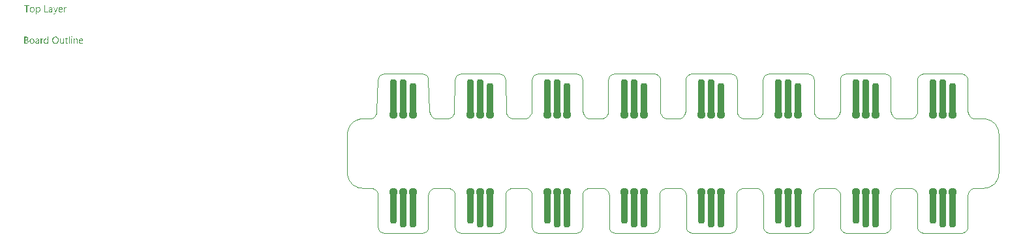
<source format=gtl>
G04*
G04 #@! TF.GenerationSoftware,Altium Limited,Altium Designer,21.9.2 (33)*
G04*
G04 Layer_Physical_Order=1*
G04 Layer_Color=255*
%FSLAX42Y42*%
%MOMM*%
G71*
G04*
G04 #@! TF.SameCoordinates,3B3C94B3-70F9-448F-95CB-C861D5BFCF53*
G04*
G04*
G04 #@! TF.FilePolarity,Positive*
G04*
G01*
G75*
%ADD13C,0.10*%
G04:AMPARAMS|DCode=14|XSize=0.9mm|YSize=4.3mm|CornerRadius=0.35mm|HoleSize=0mm|Usage=FLASHONLY|Rotation=180.000|XOffset=0mm|YOffset=0mm|HoleType=Round|Shape=RoundedRectangle|*
%AMROUNDEDRECTD14*
21,1,0.90,3.60,0,0,180.0*
21,1,0.20,4.30,0,0,180.0*
1,1,0.70,-0.10,1.80*
1,1,0.70,0.10,1.80*
1,1,0.70,0.10,-1.80*
1,1,0.70,-0.10,-1.80*
%
%ADD14ROUNDEDRECTD14*%
G04:AMPARAMS|DCode=15|XSize=0.9mm|YSize=4.8mm|CornerRadius=0.35mm|HoleSize=0mm|Usage=FLASHONLY|Rotation=180.000|XOffset=0mm|YOffset=0mm|HoleType=Round|Shape=RoundedRectangle|*
%AMROUNDEDRECTD15*
21,1,0.90,4.10,0,0,180.0*
21,1,0.20,4.80,0,0,180.0*
1,1,0.70,-0.10,2.05*
1,1,0.70,0.10,2.05*
1,1,0.70,0.10,-2.05*
1,1,0.70,-0.10,-2.05*
%
%ADD15ROUNDEDRECTD15*%
%ADD16C,1.11*%
%ADD18C,0.60*%
G36*
X669Y4400D02*
X670Y4400D01*
X671Y4400D01*
X674Y4399D01*
X677Y4398D01*
X680Y4397D01*
X682Y4396D01*
X683Y4394D01*
X685Y4393D01*
X686Y4392D01*
X686Y4391D01*
X687Y4391D01*
X687Y4391D01*
X687Y4390D01*
X688Y4389D01*
X688Y4388D01*
X689Y4387D01*
X690Y4386D01*
X690Y4384D01*
X691Y4382D01*
X692Y4380D01*
X692Y4378D01*
X693Y4374D01*
X693Y4371D01*
X693Y4369D01*
X693Y4369D01*
X693Y4368D01*
X693Y4367D01*
X693Y4366D01*
X693Y4365D01*
X693Y4363D01*
X693Y4361D01*
X692Y4360D01*
X691Y4355D01*
X690Y4351D01*
X689Y4349D01*
X688Y4347D01*
X687Y4345D01*
X685Y4343D01*
X685Y4343D01*
X685Y4343D01*
X685Y4342D01*
X684Y4342D01*
X683Y4341D01*
X682Y4340D01*
X681Y4339D01*
X680Y4338D01*
X678Y4338D01*
X677Y4337D01*
X673Y4335D01*
X671Y4335D01*
X669Y4334D01*
X667Y4334D01*
X664Y4334D01*
X663Y4334D01*
X662Y4334D01*
X661Y4334D01*
X660Y4334D01*
X657Y4335D01*
X654Y4336D01*
X652Y4337D01*
X651Y4338D01*
X649Y4339D01*
X648Y4341D01*
X646Y4342D01*
X645Y4344D01*
X645Y4344D01*
X645Y4306D01*
X634Y4306D01*
X634Y4399D01*
X645Y4399D01*
X645Y4388D01*
X645Y4388D01*
X645Y4388D01*
X645Y4388D01*
X646Y4389D01*
X646Y4390D01*
X647Y4391D01*
X648Y4392D01*
X649Y4393D01*
X651Y4394D01*
X652Y4395D01*
X654Y4396D01*
X655Y4397D01*
X657Y4398D01*
X660Y4399D01*
X662Y4400D01*
X664Y4400D01*
X667Y4400D01*
X668Y4400D01*
X669Y4400D01*
X669Y4400D02*
G37*
G36*
X1027Y4400D02*
X1029Y4400D01*
X1030Y4399D01*
X1031Y4399D01*
X1031Y4388D01*
X1031Y4389D01*
X1031Y4389D01*
X1030Y4389D01*
X1029Y4390D01*
X1028Y4390D01*
X1027Y4390D01*
X1025Y4390D01*
X1023Y4391D01*
X1023Y4391D01*
X1022Y4390D01*
X1021Y4390D01*
X1020Y4390D01*
X1018Y4389D01*
X1016Y4388D01*
X1014Y4386D01*
X1012Y4384D01*
X1012Y4384D01*
X1012Y4383D01*
X1011Y4382D01*
X1010Y4380D01*
X1010Y4377D01*
X1009Y4374D01*
X1008Y4371D01*
X1008Y4367D01*
X1008Y4335D01*
X998Y4335D01*
X998Y4399D01*
X1008Y4399D01*
X1008Y4386D01*
X1008Y4386D01*
X1008Y4386D01*
X1009Y4386D01*
X1009Y4387D01*
X1009Y4388D01*
X1010Y4390D01*
X1011Y4391D01*
X1012Y4393D01*
X1013Y4395D01*
X1015Y4396D01*
X1015Y4396D01*
X1016Y4397D01*
X1017Y4397D01*
X1018Y4398D01*
X1019Y4399D01*
X1021Y4399D01*
X1023Y4400D01*
X1025Y4400D01*
X1026Y4400D01*
X1027Y4400D01*
X1027Y4400D02*
G37*
G36*
X891Y4325D02*
X891Y4325D01*
X890Y4324D01*
X890Y4323D01*
X889Y4322D01*
X889Y4320D01*
X887Y4319D01*
X886Y4317D01*
X885Y4315D01*
X884Y4313D01*
X882Y4311D01*
X880Y4310D01*
X878Y4308D01*
X876Y4307D01*
X874Y4306D01*
X871Y4305D01*
X869Y4305D01*
X867Y4305D01*
X866Y4305D01*
X864Y4305D01*
X862Y4306D01*
X862Y4315D01*
X862Y4315D01*
X863Y4315D01*
X863Y4315D01*
X864Y4315D01*
X866Y4314D01*
X868Y4314D01*
X868Y4314D01*
X869Y4314D01*
X871Y4314D01*
X872Y4315D01*
X874Y4316D01*
X875Y4317D01*
X876Y4318D01*
X877Y4319D01*
X878Y4320D01*
X879Y4322D01*
X880Y4323D01*
X885Y4335D01*
X860Y4399D01*
X871Y4399D01*
X888Y4350D01*
X888Y4349D01*
X889Y4349D01*
X889Y4349D01*
X889Y4348D01*
X889Y4347D01*
X889Y4346D01*
X890Y4345D01*
X890Y4345D01*
X890Y4345D01*
X890Y4346D01*
X891Y4347D01*
X891Y4349D01*
X910Y4399D01*
X920Y4399D01*
X891Y4325D01*
X891Y4325D02*
G37*
G36*
X830Y4400D02*
X831Y4400D01*
X833Y4399D01*
X835Y4399D01*
X837Y4398D01*
X839Y4397D01*
X841Y4396D01*
X843Y4394D01*
X845Y4393D01*
X847Y4390D01*
X848Y4388D01*
X849Y4384D01*
X850Y4381D01*
X850Y4377D01*
X850Y4335D01*
X840Y4335D01*
X840Y4345D01*
X840Y4345D01*
X840Y4345D01*
X839Y4344D01*
X839Y4344D01*
X838Y4343D01*
X837Y4341D01*
X835Y4339D01*
X832Y4337D01*
X829Y4335D01*
X826Y4335D01*
X824Y4334D01*
X822Y4334D01*
X820Y4334D01*
X819Y4334D01*
X818Y4334D01*
X817Y4334D01*
X815Y4334D01*
X812Y4335D01*
X810Y4336D01*
X807Y4337D01*
X805Y4338D01*
X805Y4339D01*
X804Y4339D01*
X803Y4341D01*
X802Y4342D01*
X801Y4344D01*
X800Y4346D01*
X800Y4349D01*
X800Y4352D01*
X800Y4352D01*
X800Y4353D01*
X800Y4354D01*
X800Y4355D01*
X800Y4356D01*
X801Y4358D01*
X801Y4359D01*
X802Y4361D01*
X803Y4363D01*
X805Y4365D01*
X807Y4367D01*
X809Y4368D01*
X811Y4370D01*
X814Y4371D01*
X817Y4372D01*
X821Y4373D01*
X840Y4375D01*
X840Y4376D01*
X840Y4376D01*
X840Y4377D01*
X840Y4378D01*
X839Y4379D01*
X839Y4381D01*
X838Y4384D01*
X838Y4385D01*
X837Y4386D01*
X836Y4388D01*
X834Y4389D01*
X833Y4390D01*
X831Y4391D01*
X829Y4391D01*
X827Y4392D01*
X826Y4392D01*
X825Y4391D01*
X824Y4391D01*
X823Y4391D01*
X820Y4391D01*
X817Y4390D01*
X813Y4388D01*
X811Y4387D01*
X810Y4386D01*
X808Y4385D01*
X806Y4384D01*
X806Y4394D01*
X806Y4394D01*
X806Y4395D01*
X807Y4395D01*
X808Y4395D01*
X808Y4396D01*
X810Y4396D01*
X811Y4397D01*
X812Y4397D01*
X815Y4398D01*
X819Y4399D01*
X823Y4400D01*
X828Y4400D01*
X829Y4400D01*
X830Y4400D01*
X830Y4400D02*
G37*
G36*
X756Y4344D02*
X792Y4344D01*
X792Y4335D01*
X746Y4335D01*
X746Y4424D01*
X756Y4424D01*
X756Y4344D01*
X756Y4344D02*
G37*
G36*
X547Y4415D02*
X521Y4415D01*
X521Y4335D01*
X511Y4335D01*
X511Y4415D01*
X485Y4415D01*
X485Y4424D01*
X547Y4424D01*
X547Y4415D01*
X547Y4415D02*
G37*
G36*
X958Y4400D02*
X959Y4400D01*
X960Y4400D01*
X963Y4399D01*
X966Y4398D01*
X970Y4397D01*
X971Y4396D01*
X973Y4395D01*
X974Y4394D01*
X976Y4392D01*
X976Y4392D01*
X976Y4392D01*
X976Y4391D01*
X977Y4391D01*
X977Y4390D01*
X978Y4389D01*
X978Y4388D01*
X979Y4386D01*
X980Y4385D01*
X980Y4383D01*
X981Y4381D01*
X981Y4379D01*
X982Y4377D01*
X982Y4375D01*
X982Y4372D01*
X982Y4370D01*
X982Y4364D01*
X937Y4364D01*
X937Y4364D01*
X937Y4364D01*
X937Y4363D01*
X937Y4363D01*
X938Y4362D01*
X938Y4361D01*
X938Y4358D01*
X939Y4356D01*
X940Y4353D01*
X941Y4350D01*
X943Y4348D01*
X943Y4347D01*
X944Y4347D01*
X945Y4346D01*
X947Y4345D01*
X949Y4344D01*
X952Y4343D01*
X955Y4342D01*
X958Y4342D01*
X959Y4342D01*
X960Y4342D01*
X961Y4342D01*
X962Y4342D01*
X965Y4343D01*
X968Y4344D01*
X971Y4345D01*
X974Y4347D01*
X976Y4348D01*
X978Y4349D01*
X978Y4340D01*
X978Y4340D01*
X978Y4339D01*
X977Y4339D01*
X976Y4339D01*
X976Y4338D01*
X975Y4338D01*
X973Y4337D01*
X972Y4337D01*
X971Y4336D01*
X969Y4336D01*
X965Y4335D01*
X961Y4334D01*
X956Y4334D01*
X954Y4334D01*
X954Y4334D01*
X952Y4334D01*
X951Y4334D01*
X948Y4335D01*
X945Y4336D01*
X941Y4337D01*
X939Y4338D01*
X938Y4339D01*
X936Y4341D01*
X935Y4342D01*
X934Y4342D01*
X934Y4343D01*
X934Y4343D01*
X933Y4344D01*
X933Y4345D01*
X932Y4346D01*
X931Y4347D01*
X931Y4349D01*
X930Y4350D01*
X929Y4352D01*
X929Y4354D01*
X928Y4356D01*
X928Y4359D01*
X927Y4361D01*
X927Y4364D01*
X927Y4367D01*
X927Y4367D01*
X927Y4367D01*
X927Y4368D01*
X927Y4369D01*
X927Y4370D01*
X927Y4372D01*
X927Y4374D01*
X928Y4375D01*
X929Y4379D01*
X930Y4383D01*
X931Y4385D01*
X932Y4387D01*
X934Y4389D01*
X935Y4391D01*
X935Y4391D01*
X936Y4391D01*
X936Y4392D01*
X937Y4392D01*
X937Y4393D01*
X938Y4394D01*
X940Y4395D01*
X941Y4396D01*
X944Y4397D01*
X948Y4399D01*
X950Y4399D01*
X952Y4400D01*
X954Y4400D01*
X956Y4400D01*
X957Y4400D01*
X958Y4400D01*
X958Y4400D02*
G37*
G36*
X590Y4400D02*
X591Y4400D01*
X593Y4400D01*
X596Y4399D01*
X599Y4398D01*
X603Y4397D01*
X605Y4396D01*
X607Y4394D01*
X608Y4393D01*
X610Y4391D01*
X610Y4391D01*
X610Y4391D01*
X611Y4391D01*
X611Y4390D01*
X612Y4389D01*
X613Y4388D01*
X613Y4387D01*
X614Y4385D01*
X615Y4383D01*
X615Y4382D01*
X616Y4380D01*
X617Y4377D01*
X617Y4375D01*
X618Y4373D01*
X618Y4370D01*
X618Y4367D01*
X618Y4367D01*
X618Y4366D01*
X618Y4366D01*
X618Y4365D01*
X618Y4363D01*
X618Y4362D01*
X617Y4360D01*
X617Y4358D01*
X616Y4355D01*
X614Y4350D01*
X613Y4348D01*
X612Y4346D01*
X611Y4344D01*
X609Y4343D01*
X609Y4343D01*
X609Y4342D01*
X608Y4342D01*
X608Y4341D01*
X607Y4341D01*
X606Y4340D01*
X605Y4339D01*
X603Y4338D01*
X602Y4337D01*
X600Y4336D01*
X598Y4336D01*
X596Y4335D01*
X594Y4334D01*
X591Y4334D01*
X589Y4334D01*
X586Y4334D01*
X585Y4334D01*
X584Y4334D01*
X583Y4334D01*
X581Y4334D01*
X580Y4334D01*
X578Y4335D01*
X574Y4336D01*
X571Y4337D01*
X569Y4338D01*
X567Y4340D01*
X565Y4341D01*
X564Y4342D01*
X563Y4343D01*
X563Y4343D01*
X563Y4343D01*
X562Y4344D01*
X562Y4345D01*
X561Y4346D01*
X560Y4347D01*
X560Y4349D01*
X559Y4350D01*
X558Y4352D01*
X557Y4354D01*
X557Y4356D01*
X556Y4361D01*
X555Y4363D01*
X555Y4366D01*
X555Y4366D01*
X555Y4367D01*
X555Y4368D01*
X555Y4369D01*
X556Y4370D01*
X556Y4372D01*
X556Y4373D01*
X556Y4375D01*
X557Y4379D01*
X559Y4383D01*
X560Y4385D01*
X561Y4388D01*
X562Y4389D01*
X564Y4391D01*
X564Y4391D01*
X564Y4392D01*
X565Y4392D01*
X565Y4393D01*
X566Y4393D01*
X568Y4394D01*
X569Y4395D01*
X570Y4396D01*
X572Y4397D01*
X574Y4397D01*
X576Y4398D01*
X578Y4399D01*
X580Y4399D01*
X582Y4400D01*
X585Y4400D01*
X588Y4400D01*
X589Y4400D01*
X590Y4400D01*
X590Y4400D02*
G37*
G36*
X1100Y4019D02*
X1101Y4019D01*
X1102Y4019D01*
X1103Y4018D01*
X1104Y4018D01*
X1104Y4018D01*
X1104Y4017D01*
X1105Y4017D01*
X1105Y4015D01*
X1105Y4014D01*
X1106Y4013D01*
X1106Y4013D01*
X1106Y4013D01*
X1105Y4012D01*
X1105Y4011D01*
X1105Y4010D01*
X1104Y4009D01*
X1104Y4008D01*
X1103Y4008D01*
X1103Y4008D01*
X1102Y4007D01*
X1101Y4007D01*
X1100Y4007D01*
X1099Y4006D01*
X1098Y4006D01*
X1098Y4007D01*
X1097Y4007D01*
X1096Y4007D01*
X1095Y4008D01*
X1094Y4008D01*
X1094Y4008D01*
X1094Y4008D01*
X1094Y4009D01*
X1093Y4009D01*
X1093Y4011D01*
X1093Y4012D01*
X1092Y4013D01*
X1092Y4013D01*
X1092Y4014D01*
X1093Y4014D01*
X1093Y4015D01*
X1093Y4016D01*
X1094Y4017D01*
X1094Y4018D01*
X1094Y4018D01*
X1095Y4018D01*
X1096Y4019D01*
X1097Y4019D01*
X1098Y4020D01*
X1099Y4020D01*
X1100Y4019D01*
X1100Y4019D02*
G37*
G36*
X795Y3926D02*
X785Y3926D01*
X785Y3937D01*
X785Y3937D01*
X785Y3937D01*
X785Y3937D01*
X784Y3936D01*
X784Y3935D01*
X783Y3934D01*
X782Y3933D01*
X781Y3932D01*
X779Y3931D01*
X778Y3930D01*
X776Y3929D01*
X775Y3928D01*
X773Y3927D01*
X771Y3926D01*
X768Y3925D01*
X766Y3925D01*
X763Y3925D01*
X762Y3925D01*
X761Y3925D01*
X760Y3925D01*
X759Y3925D01*
X756Y3926D01*
X753Y3927D01*
X750Y3929D01*
X748Y3930D01*
X747Y3931D01*
X745Y3932D01*
X744Y3933D01*
X744Y3934D01*
X743Y3934D01*
X743Y3934D01*
X743Y3935D01*
X742Y3936D01*
X741Y3937D01*
X741Y3938D01*
X740Y3940D01*
X739Y3941D01*
X739Y3943D01*
X738Y3945D01*
X738Y3947D01*
X737Y3949D01*
X737Y3952D01*
X737Y3954D01*
X737Y3957D01*
X737Y3957D01*
X737Y3957D01*
X737Y3958D01*
X737Y3959D01*
X737Y3961D01*
X737Y3962D01*
X737Y3964D01*
X738Y3966D01*
X738Y3970D01*
X740Y3974D01*
X741Y3976D01*
X742Y3978D01*
X743Y3980D01*
X744Y3982D01*
X745Y3982D01*
X745Y3983D01*
X745Y3983D01*
X746Y3984D01*
X747Y3984D01*
X748Y3985D01*
X749Y3986D01*
X750Y3987D01*
X753Y3989D01*
X757Y3990D01*
X759Y3991D01*
X761Y3991D01*
X763Y3992D01*
X766Y3992D01*
X767Y3992D01*
X768Y3992D01*
X769Y3991D01*
X770Y3991D01*
X773Y3990D01*
X776Y3989D01*
X778Y3988D01*
X779Y3987D01*
X781Y3986D01*
X782Y3985D01*
X784Y3983D01*
X785Y3981D01*
X785Y3981D01*
X785Y4021D01*
X795Y4021D01*
X795Y3926D01*
X795Y3926D02*
G37*
G36*
X1158Y3992D02*
X1160Y3991D01*
X1162Y3991D01*
X1165Y3990D01*
X1167Y3989D01*
X1170Y3987D01*
X1171Y3986D01*
X1172Y3985D01*
X1172Y3985D01*
X1173Y3984D01*
X1174Y3982D01*
X1175Y3980D01*
X1176Y3977D01*
X1177Y3974D01*
X1177Y3970D01*
X1178Y3965D01*
X1178Y3926D01*
X1167Y3926D01*
X1167Y3963D01*
X1167Y3963D01*
X1167Y3964D01*
X1167Y3965D01*
X1167Y3966D01*
X1167Y3967D01*
X1167Y3969D01*
X1166Y3971D01*
X1165Y3973D01*
X1165Y3975D01*
X1164Y3977D01*
X1162Y3978D01*
X1161Y3980D01*
X1159Y3981D01*
X1157Y3982D01*
X1155Y3983D01*
X1153Y3983D01*
X1152Y3983D01*
X1151Y3983D01*
X1150Y3983D01*
X1148Y3982D01*
X1146Y3982D01*
X1144Y3981D01*
X1142Y3979D01*
X1140Y3977D01*
X1140Y3977D01*
X1139Y3976D01*
X1138Y3975D01*
X1137Y3973D01*
X1136Y3971D01*
X1136Y3969D01*
X1135Y3966D01*
X1135Y3963D01*
X1135Y3926D01*
X1125Y3926D01*
X1125Y3990D01*
X1135Y3990D01*
X1135Y3980D01*
X1135Y3980D01*
X1135Y3980D01*
X1135Y3980D01*
X1136Y3981D01*
X1137Y3981D01*
X1137Y3982D01*
X1138Y3983D01*
X1139Y3984D01*
X1140Y3986D01*
X1142Y3987D01*
X1143Y3988D01*
X1145Y3989D01*
X1147Y3990D01*
X1149Y3991D01*
X1151Y3991D01*
X1154Y3992D01*
X1156Y3992D01*
X1157Y3992D01*
X1158Y3992D01*
X1158Y3992D02*
G37*
G36*
X726Y3991D02*
X728Y3991D01*
X729Y3991D01*
X730Y3990D01*
X730Y3980D01*
X730Y3980D01*
X729Y3980D01*
X729Y3981D01*
X728Y3981D01*
X727Y3981D01*
X725Y3982D01*
X724Y3982D01*
X722Y3982D01*
X722Y3982D01*
X721Y3982D01*
X720Y3982D01*
X718Y3981D01*
X716Y3980D01*
X715Y3979D01*
X713Y3978D01*
X711Y3976D01*
X711Y3975D01*
X710Y3975D01*
X710Y3973D01*
X709Y3971D01*
X708Y3969D01*
X707Y3966D01*
X707Y3963D01*
X707Y3959D01*
X707Y3926D01*
X696Y3926D01*
X696Y3990D01*
X707Y3990D01*
X707Y3977D01*
X707Y3977D01*
X707Y3977D01*
X707Y3977D01*
X707Y3978D01*
X708Y3979D01*
X709Y3981D01*
X710Y3983D01*
X711Y3984D01*
X712Y3986D01*
X714Y3988D01*
X714Y3988D01*
X714Y3988D01*
X715Y3989D01*
X717Y3989D01*
X718Y3990D01*
X720Y3991D01*
X722Y3991D01*
X724Y3991D01*
X725Y3991D01*
X726Y3991D01*
X726Y3991D02*
G37*
G36*
X999Y3926D02*
X989Y3926D01*
X989Y3936D01*
X988Y3936D01*
X988Y3936D01*
X988Y3936D01*
X988Y3935D01*
X987Y3935D01*
X986Y3933D01*
X983Y3931D01*
X982Y3930D01*
X981Y3929D01*
X979Y3928D01*
X977Y3927D01*
X975Y3926D01*
X973Y3925D01*
X971Y3925D01*
X969Y3925D01*
X968Y3925D01*
X967Y3925D01*
X965Y3925D01*
X963Y3926D01*
X961Y3926D01*
X959Y3927D01*
X957Y3928D01*
X955Y3930D01*
X953Y3932D01*
X951Y3934D01*
X949Y3936D01*
X948Y3939D01*
X947Y3943D01*
X946Y3947D01*
X946Y3950D01*
X946Y3952D01*
X946Y3990D01*
X956Y3990D01*
X956Y3954D01*
X956Y3953D01*
X956Y3953D01*
X956Y3952D01*
X956Y3950D01*
X956Y3949D01*
X957Y3947D01*
X957Y3945D01*
X958Y3944D01*
X959Y3942D01*
X960Y3940D01*
X961Y3938D01*
X962Y3937D01*
X964Y3935D01*
X966Y3934D01*
X969Y3934D01*
X971Y3933D01*
X972Y3933D01*
X973Y3934D01*
X974Y3934D01*
X976Y3934D01*
X978Y3935D01*
X980Y3936D01*
X982Y3937D01*
X984Y3939D01*
X984Y3939D01*
X985Y3940D01*
X985Y3941D01*
X986Y3943D01*
X987Y3945D01*
X988Y3947D01*
X988Y3950D01*
X989Y3953D01*
X989Y3990D01*
X999Y3990D01*
X999Y3926D01*
X999Y3926D02*
G37*
G36*
X1104Y3926D02*
X1094Y3926D01*
X1094Y3990D01*
X1104Y3990D01*
X1104Y3926D01*
X1104Y3926D02*
G37*
G36*
X1073Y3926D02*
X1063Y3926D01*
X1063Y4021D01*
X1073Y4021D01*
X1073Y3926D01*
X1073Y3926D02*
G37*
G36*
X657Y3992D02*
X658Y3991D01*
X660Y3991D01*
X662Y3990D01*
X664Y3990D01*
X666Y3989D01*
X668Y3987D01*
X670Y3986D01*
X672Y3984D01*
X674Y3982D01*
X675Y3979D01*
X676Y3976D01*
X677Y3972D01*
X677Y3968D01*
X677Y3926D01*
X667Y3926D01*
X667Y3936D01*
X667Y3936D01*
X667Y3936D01*
X666Y3936D01*
X666Y3935D01*
X665Y3935D01*
X664Y3933D01*
X662Y3931D01*
X659Y3929D01*
X656Y3927D01*
X654Y3926D01*
X652Y3925D01*
X649Y3925D01*
X647Y3925D01*
X646Y3925D01*
X646Y3925D01*
X644Y3925D01*
X642Y3926D01*
X639Y3926D01*
X637Y3927D01*
X634Y3928D01*
X632Y3930D01*
X632Y3930D01*
X631Y3931D01*
X630Y3932D01*
X629Y3933D01*
X629Y3935D01*
X628Y3938D01*
X627Y3940D01*
X627Y3943D01*
X627Y3943D01*
X627Y3944D01*
X627Y3945D01*
X627Y3946D01*
X627Y3947D01*
X628Y3949D01*
X629Y3951D01*
X629Y3953D01*
X631Y3954D01*
X632Y3956D01*
X634Y3958D01*
X636Y3960D01*
X638Y3961D01*
X641Y3962D01*
X644Y3963D01*
X648Y3964D01*
X667Y3967D01*
X667Y3967D01*
X667Y3967D01*
X667Y3968D01*
X667Y3969D01*
X667Y3971D01*
X666Y3972D01*
X665Y3975D01*
X665Y3976D01*
X664Y3978D01*
X663Y3979D01*
X662Y3981D01*
X660Y3982D01*
X658Y3982D01*
X656Y3983D01*
X654Y3983D01*
X653Y3983D01*
X652Y3983D01*
X651Y3983D01*
X650Y3983D01*
X647Y3982D01*
X644Y3981D01*
X640Y3980D01*
X638Y3979D01*
X637Y3978D01*
X635Y3977D01*
X633Y3975D01*
X633Y3986D01*
X633Y3986D01*
X634Y3986D01*
X634Y3986D01*
X635Y3987D01*
X636Y3987D01*
X637Y3988D01*
X638Y3988D01*
X639Y3989D01*
X643Y3990D01*
X646Y3991D01*
X650Y3991D01*
X655Y3992D01*
X656Y3992D01*
X657Y3992D01*
X657Y3992D02*
G37*
G36*
X512Y4016D02*
X513Y4016D01*
X515Y4015D01*
X517Y4015D01*
X520Y4014D01*
X523Y4013D01*
X526Y4012D01*
X529Y4010D01*
X529Y4010D01*
X529Y4010D01*
X530Y4009D01*
X531Y4008D01*
X532Y4006D01*
X533Y4004D01*
X535Y4001D01*
X535Y3999D01*
X536Y3997D01*
X536Y3995D01*
X536Y3995D01*
X536Y3995D01*
X536Y3994D01*
X535Y3993D01*
X535Y3991D01*
X535Y3989D01*
X534Y3986D01*
X533Y3984D01*
X532Y3982D01*
X531Y3982D01*
X531Y3981D01*
X530Y3980D01*
X529Y3979D01*
X527Y3978D01*
X525Y3976D01*
X523Y3975D01*
X520Y3974D01*
X520Y3974D01*
X521Y3974D01*
X521Y3974D01*
X522Y3974D01*
X523Y3973D01*
X525Y3973D01*
X528Y3972D01*
X530Y3971D01*
X532Y3969D01*
X535Y3967D01*
X535Y3967D01*
X535Y3966D01*
X536Y3965D01*
X537Y3963D01*
X538Y3961D01*
X539Y3958D01*
X540Y3955D01*
X540Y3952D01*
X540Y3952D01*
X540Y3952D01*
X540Y3951D01*
X540Y3950D01*
X540Y3949D01*
X540Y3948D01*
X539Y3945D01*
X538Y3942D01*
X537Y3939D01*
X536Y3938D01*
X535Y3936D01*
X533Y3935D01*
X532Y3933D01*
X532Y3933D01*
X531Y3933D01*
X531Y3933D01*
X530Y3932D01*
X529Y3932D01*
X528Y3931D01*
X526Y3930D01*
X523Y3929D01*
X520Y3928D01*
X516Y3927D01*
X513Y3927D01*
X511Y3926D01*
X485Y3926D01*
X485Y4016D01*
X512Y4016D01*
X512Y4016D01*
X512Y4016D02*
G37*
G36*
X1033Y3990D02*
X1049Y3990D01*
X1049Y3981D01*
X1033Y3981D01*
X1033Y3945D01*
X1033Y3945D01*
X1033Y3944D01*
X1033Y3943D01*
X1033Y3942D01*
X1034Y3939D01*
X1034Y3937D01*
X1035Y3936D01*
X1035Y3936D01*
X1036Y3936D01*
X1036Y3936D01*
X1037Y3935D01*
X1038Y3934D01*
X1039Y3934D01*
X1041Y3934D01*
X1042Y3934D01*
X1043Y3934D01*
X1044Y3934D01*
X1045Y3934D01*
X1047Y3935D01*
X1048Y3935D01*
X1049Y3936D01*
X1049Y3927D01*
X1049Y3927D01*
X1048Y3927D01*
X1048Y3926D01*
X1047Y3926D01*
X1045Y3926D01*
X1044Y3925D01*
X1042Y3925D01*
X1040Y3925D01*
X1039Y3925D01*
X1038Y3925D01*
X1037Y3925D01*
X1036Y3926D01*
X1034Y3926D01*
X1033Y3927D01*
X1031Y3928D01*
X1030Y3928D01*
X1028Y3930D01*
X1027Y3931D01*
X1025Y3933D01*
X1024Y3935D01*
X1023Y3938D01*
X1023Y3940D01*
X1023Y3944D01*
X1023Y3981D01*
X1012Y3981D01*
X1012Y3990D01*
X1023Y3990D01*
X1023Y4006D01*
X1033Y4009D01*
X1033Y3990D01*
X1033Y3990D02*
G37*
G36*
X1224Y3992D02*
X1225Y3991D01*
X1226Y3991D01*
X1229Y3991D01*
X1232Y3990D01*
X1235Y3988D01*
X1237Y3987D01*
X1239Y3986D01*
X1240Y3985D01*
X1241Y3983D01*
X1242Y3983D01*
X1242Y3983D01*
X1242Y3983D01*
X1243Y3982D01*
X1243Y3981D01*
X1244Y3980D01*
X1244Y3979D01*
X1245Y3978D01*
X1246Y3976D01*
X1246Y3975D01*
X1247Y3973D01*
X1247Y3971D01*
X1248Y3968D01*
X1248Y3966D01*
X1248Y3964D01*
X1248Y3961D01*
X1248Y3956D01*
X1203Y3956D01*
X1203Y3956D01*
X1203Y3955D01*
X1203Y3955D01*
X1203Y3954D01*
X1204Y3953D01*
X1204Y3952D01*
X1204Y3950D01*
X1205Y3947D01*
X1206Y3944D01*
X1207Y3942D01*
X1209Y3939D01*
X1209Y3939D01*
X1210Y3938D01*
X1211Y3937D01*
X1213Y3936D01*
X1215Y3935D01*
X1218Y3934D01*
X1221Y3934D01*
X1224Y3933D01*
X1225Y3933D01*
X1226Y3934D01*
X1227Y3934D01*
X1228Y3934D01*
X1231Y3934D01*
X1234Y3935D01*
X1237Y3936D01*
X1240Y3938D01*
X1242Y3939D01*
X1244Y3941D01*
X1244Y3931D01*
X1244Y3931D01*
X1243Y3931D01*
X1243Y3931D01*
X1242Y3930D01*
X1241Y3930D01*
X1240Y3929D01*
X1239Y3929D01*
X1238Y3928D01*
X1236Y3927D01*
X1235Y3927D01*
X1231Y3926D01*
X1226Y3925D01*
X1222Y3925D01*
X1220Y3925D01*
X1219Y3925D01*
X1218Y3925D01*
X1217Y3925D01*
X1214Y3926D01*
X1210Y3927D01*
X1207Y3929D01*
X1205Y3930D01*
X1204Y3931D01*
X1202Y3932D01*
X1200Y3934D01*
X1200Y3934D01*
X1200Y3934D01*
X1200Y3935D01*
X1199Y3935D01*
X1199Y3936D01*
X1198Y3937D01*
X1197Y3939D01*
X1197Y3940D01*
X1196Y3942D01*
X1195Y3943D01*
X1194Y3945D01*
X1194Y3948D01*
X1193Y3950D01*
X1193Y3953D01*
X1193Y3955D01*
X1193Y3958D01*
X1193Y3958D01*
X1193Y3959D01*
X1193Y3959D01*
X1193Y3961D01*
X1193Y3962D01*
X1193Y3963D01*
X1193Y3965D01*
X1194Y3967D01*
X1195Y3970D01*
X1196Y3975D01*
X1197Y3977D01*
X1198Y3978D01*
X1200Y3981D01*
X1201Y3982D01*
X1201Y3982D01*
X1201Y3983D01*
X1202Y3983D01*
X1203Y3984D01*
X1203Y3984D01*
X1204Y3985D01*
X1206Y3986D01*
X1207Y3987D01*
X1210Y3989D01*
X1213Y3990D01*
X1215Y3991D01*
X1218Y3991D01*
X1220Y3992D01*
X1222Y3992D01*
X1223Y3992D01*
X1224Y3992D01*
X1224Y3992D02*
G37*
G36*
X893Y4017D02*
X894Y4017D01*
X896Y4017D01*
X898Y4016D01*
X901Y4016D01*
X903Y4015D01*
X905Y4014D01*
X908Y4013D01*
X910Y4012D01*
X913Y4011D01*
X915Y4009D01*
X917Y4007D01*
X920Y4005D01*
X920Y4005D01*
X920Y4004D01*
X921Y4003D01*
X921Y4003D01*
X922Y4001D01*
X923Y4000D01*
X924Y3998D01*
X925Y3996D01*
X926Y3994D01*
X927Y3991D01*
X928Y3989D01*
X929Y3986D01*
X930Y3983D01*
X930Y3979D01*
X931Y3976D01*
X931Y3972D01*
X931Y3972D01*
X931Y3971D01*
X931Y3970D01*
X931Y3969D01*
X931Y3967D01*
X930Y3965D01*
X930Y3962D01*
X929Y3960D01*
X929Y3957D01*
X928Y3954D01*
X927Y3951D01*
X926Y3948D01*
X925Y3945D01*
X923Y3943D01*
X921Y3940D01*
X919Y3938D01*
X919Y3937D01*
X919Y3937D01*
X918Y3936D01*
X917Y3936D01*
X916Y3935D01*
X915Y3934D01*
X913Y3932D01*
X911Y3931D01*
X909Y3930D01*
X907Y3929D01*
X904Y3928D01*
X901Y3927D01*
X898Y3926D01*
X895Y3925D01*
X892Y3925D01*
X888Y3925D01*
X887Y3925D01*
X886Y3925D01*
X885Y3925D01*
X884Y3925D01*
X882Y3926D01*
X880Y3926D01*
X877Y3927D01*
X875Y3927D01*
X872Y3928D01*
X870Y3929D01*
X867Y3930D01*
X865Y3932D01*
X862Y3933D01*
X860Y3935D01*
X858Y3937D01*
X858Y3938D01*
X857Y3938D01*
X857Y3939D01*
X856Y3940D01*
X855Y3941D01*
X854Y3942D01*
X853Y3944D01*
X852Y3946D01*
X851Y3948D01*
X850Y3951D01*
X849Y3953D01*
X848Y3956D01*
X848Y3959D01*
X847Y3963D01*
X847Y3966D01*
X846Y3970D01*
X846Y3970D01*
X846Y3971D01*
X847Y3972D01*
X847Y3974D01*
X847Y3975D01*
X847Y3978D01*
X847Y3980D01*
X848Y3982D01*
X849Y3985D01*
X849Y3988D01*
X850Y3991D01*
X851Y3994D01*
X853Y3996D01*
X854Y3999D01*
X856Y4002D01*
X858Y4004D01*
X858Y4005D01*
X859Y4005D01*
X859Y4006D01*
X860Y4006D01*
X861Y4007D01*
X863Y4008D01*
X865Y4010D01*
X866Y4011D01*
X869Y4012D01*
X871Y4013D01*
X874Y4014D01*
X876Y4015D01*
X879Y4016D01*
X883Y4017D01*
X886Y4017D01*
X890Y4017D01*
X892Y4017D01*
X893Y4017D01*
X893Y4017D02*
G37*
G36*
X587Y3992D02*
X588Y3991D01*
X590Y3991D01*
X593Y3991D01*
X597Y3989D01*
X600Y3988D01*
X602Y3987D01*
X604Y3986D01*
X606Y3984D01*
X607Y3983D01*
X607Y3983D01*
X607Y3982D01*
X608Y3982D01*
X608Y3981D01*
X609Y3980D01*
X610Y3979D01*
X610Y3978D01*
X611Y3977D01*
X612Y3975D01*
X613Y3973D01*
X613Y3971D01*
X614Y3969D01*
X614Y3967D01*
X615Y3964D01*
X615Y3961D01*
X615Y3958D01*
X615Y3958D01*
X615Y3958D01*
X615Y3957D01*
X615Y3956D01*
X615Y3955D01*
X615Y3953D01*
X614Y3952D01*
X614Y3950D01*
X613Y3946D01*
X612Y3942D01*
X611Y3940D01*
X609Y3938D01*
X608Y3936D01*
X607Y3934D01*
X606Y3934D01*
X606Y3934D01*
X606Y3933D01*
X605Y3933D01*
X604Y3932D01*
X603Y3931D01*
X602Y3930D01*
X600Y3930D01*
X599Y3929D01*
X597Y3928D01*
X595Y3927D01*
X593Y3926D01*
X591Y3926D01*
X589Y3925D01*
X586Y3925D01*
X583Y3925D01*
X582Y3925D01*
X581Y3925D01*
X580Y3925D01*
X579Y3925D01*
X577Y3926D01*
X575Y3926D01*
X572Y3927D01*
X568Y3929D01*
X566Y3930D01*
X564Y3931D01*
X563Y3932D01*
X561Y3934D01*
X561Y3934D01*
X560Y3934D01*
X560Y3935D01*
X560Y3935D01*
X559Y3936D01*
X558Y3937D01*
X557Y3939D01*
X557Y3940D01*
X556Y3942D01*
X555Y3944D01*
X554Y3945D01*
X554Y3948D01*
X553Y3952D01*
X553Y3955D01*
X552Y3958D01*
X552Y3958D01*
X552Y3958D01*
X552Y3959D01*
X553Y3960D01*
X553Y3961D01*
X553Y3963D01*
X553Y3965D01*
X554Y3967D01*
X554Y3971D01*
X556Y3975D01*
X557Y3977D01*
X558Y3979D01*
X560Y3981D01*
X561Y3983D01*
X561Y3983D01*
X562Y3983D01*
X562Y3983D01*
X563Y3984D01*
X564Y3985D01*
X565Y3985D01*
X566Y3986D01*
X567Y3987D01*
X569Y3988D01*
X571Y3989D01*
X573Y3990D01*
X575Y3990D01*
X577Y3991D01*
X580Y3991D01*
X582Y3992D01*
X585Y3992D01*
X586Y3992D01*
X587Y3992D01*
X587Y3992D02*
G37*
%LPC*%
G36*
X664Y4392D02*
X664Y4392D01*
X663Y4391D01*
X661Y4391D01*
X659Y4391D01*
X657Y4390D01*
X654Y4389D01*
X652Y4387D01*
X650Y4385D01*
X650Y4385D01*
X649Y4384D01*
X648Y4383D01*
X647Y4381D01*
X646Y4379D01*
X645Y4376D01*
X645Y4373D01*
X645Y4370D01*
X645Y4361D01*
X645Y4361D01*
X645Y4361D01*
X645Y4360D01*
X645Y4358D01*
X645Y4356D01*
X646Y4354D01*
X647Y4352D01*
X648Y4350D01*
X650Y4348D01*
X650Y4347D01*
X651Y4347D01*
X652Y4346D01*
X653Y4345D01*
X655Y4344D01*
X657Y4343D01*
X660Y4342D01*
X663Y4342D01*
X664Y4342D01*
X664Y4342D01*
X666Y4342D01*
X668Y4343D01*
X670Y4344D01*
X673Y4345D01*
X675Y4347D01*
X676Y4348D01*
X677Y4349D01*
X677Y4349D01*
X677Y4349D01*
X678Y4350D01*
X678Y4350D01*
X679Y4351D01*
X679Y4352D01*
X680Y4354D01*
X681Y4357D01*
X682Y4361D01*
X682Y4364D01*
X683Y4369D01*
X683Y4369D01*
X683Y4369D01*
X683Y4370D01*
X683Y4371D01*
X682Y4372D01*
X682Y4373D01*
X682Y4375D01*
X681Y4378D01*
X681Y4380D01*
X679Y4383D01*
X678Y4385D01*
X678Y4386D01*
X677Y4386D01*
X676Y4387D01*
X674Y4389D01*
X672Y4390D01*
X670Y4391D01*
X667Y4391D01*
X664Y4392D01*
X664Y4392D02*
G37*
G36*
X840Y4367D02*
X824Y4365D01*
X824Y4365D01*
X823Y4365D01*
X822Y4365D01*
X821Y4364D01*
X819Y4364D01*
X817Y4363D01*
X815Y4363D01*
X814Y4362D01*
X814Y4361D01*
X813Y4361D01*
X813Y4361D01*
X812Y4360D01*
X811Y4358D01*
X811Y4357D01*
X810Y4355D01*
X810Y4353D01*
X810Y4352D01*
X810Y4352D01*
X810Y4351D01*
X811Y4350D01*
X811Y4349D01*
X812Y4347D01*
X812Y4346D01*
X813Y4345D01*
X814Y4345D01*
X814Y4344D01*
X815Y4344D01*
X816Y4344D01*
X817Y4343D01*
X819Y4343D01*
X820Y4342D01*
X822Y4342D01*
X823Y4342D01*
X824Y4342D01*
X825Y4342D01*
X827Y4343D01*
X829Y4343D01*
X831Y4344D01*
X833Y4346D01*
X835Y4347D01*
X835Y4348D01*
X836Y4348D01*
X836Y4349D01*
X837Y4351D01*
X838Y4353D01*
X839Y4355D01*
X840Y4358D01*
X840Y4361D01*
X840Y4367D01*
X840Y4367D02*
G37*
G36*
X956Y4392D02*
X955Y4392D01*
X954Y4391D01*
X952Y4391D01*
X950Y4390D01*
X948Y4389D01*
X946Y4388D01*
X944Y4386D01*
X943Y4386D01*
X943Y4385D01*
X942Y4384D01*
X941Y4383D01*
X940Y4381D01*
X939Y4379D01*
X938Y4376D01*
X937Y4373D01*
X972Y4373D01*
X972Y4373D01*
X972Y4373D01*
X972Y4374D01*
X972Y4374D01*
X972Y4376D01*
X971Y4378D01*
X971Y4380D01*
X970Y4383D01*
X969Y4385D01*
X968Y4387D01*
X968Y4387D01*
X967Y4388D01*
X966Y4388D01*
X965Y4389D01*
X963Y4390D01*
X961Y4391D01*
X959Y4391D01*
X956Y4392D01*
X956Y4392D02*
G37*
G36*
X587Y4392D02*
X586Y4392D01*
X585Y4391D01*
X584Y4391D01*
X581Y4391D01*
X579Y4390D01*
X576Y4389D01*
X574Y4387D01*
X572Y4386D01*
X571Y4385D01*
X571Y4385D01*
X570Y4384D01*
X570Y4382D01*
X568Y4380D01*
X567Y4377D01*
X567Y4374D01*
X566Y4371D01*
X566Y4366D01*
X566Y4366D01*
X566Y4366D01*
X566Y4365D01*
X566Y4365D01*
X566Y4364D01*
X566Y4363D01*
X566Y4360D01*
X567Y4357D01*
X568Y4354D01*
X570Y4351D01*
X571Y4349D01*
X572Y4348D01*
X573Y4348D01*
X574Y4347D01*
X576Y4345D01*
X578Y4344D01*
X580Y4343D01*
X584Y4342D01*
X587Y4342D01*
X588Y4342D01*
X589Y4342D01*
X590Y4342D01*
X593Y4343D01*
X595Y4344D01*
X598Y4345D01*
X600Y4346D01*
X602Y4348D01*
X602Y4349D01*
X603Y4350D01*
X604Y4351D01*
X605Y4353D01*
X606Y4356D01*
X607Y4359D01*
X607Y4363D01*
X608Y4367D01*
X608Y4367D01*
X608Y4367D01*
X608Y4368D01*
X608Y4369D01*
X607Y4370D01*
X607Y4371D01*
X607Y4374D01*
X606Y4377D01*
X605Y4380D01*
X604Y4383D01*
X602Y4385D01*
X602Y4385D01*
X601Y4386D01*
X600Y4387D01*
X598Y4388D01*
X596Y4390D01*
X594Y4391D01*
X590Y4391D01*
X587Y4392D01*
X587Y4392D02*
G37*
G36*
X767Y3983D02*
X766Y3983D01*
X765Y3983D01*
X764Y3983D01*
X762Y3982D01*
X759Y3981D01*
X757Y3980D01*
X754Y3978D01*
X753Y3977D01*
X752Y3976D01*
X752Y3976D01*
X751Y3975D01*
X751Y3973D01*
X750Y3971D01*
X749Y3969D01*
X748Y3965D01*
X747Y3961D01*
X747Y3957D01*
X747Y3957D01*
X747Y3957D01*
X747Y3956D01*
X747Y3955D01*
X747Y3955D01*
X747Y3953D01*
X748Y3951D01*
X748Y3948D01*
X749Y3945D01*
X750Y3942D01*
X752Y3940D01*
X752Y3939D01*
X753Y3939D01*
X754Y3938D01*
X756Y3937D01*
X758Y3936D01*
X760Y3934D01*
X763Y3934D01*
X766Y3933D01*
X767Y3933D01*
X767Y3934D01*
X769Y3934D01*
X771Y3934D01*
X773Y3935D01*
X775Y3936D01*
X778Y3938D01*
X780Y3940D01*
X780Y3940D01*
X781Y3941D01*
X782Y3942D01*
X782Y3944D01*
X783Y3946D01*
X784Y3949D01*
X785Y3952D01*
X785Y3955D01*
X785Y3965D01*
X785Y3965D01*
X785Y3965D01*
X785Y3966D01*
X785Y3967D01*
X785Y3969D01*
X784Y3971D01*
X783Y3973D01*
X782Y3976D01*
X780Y3978D01*
X780Y3978D01*
X779Y3978D01*
X778Y3979D01*
X776Y3980D01*
X775Y3981D01*
X772Y3982D01*
X770Y3983D01*
X767Y3983D01*
X767Y3983D02*
G37*
G36*
X667Y3959D02*
X652Y3956D01*
X651Y3956D01*
X651Y3956D01*
X649Y3956D01*
X648Y3956D01*
X646Y3955D01*
X644Y3955D01*
X643Y3954D01*
X641Y3953D01*
X641Y3953D01*
X640Y3953D01*
X640Y3952D01*
X639Y3951D01*
X638Y3950D01*
X638Y3948D01*
X638Y3946D01*
X637Y3944D01*
X637Y3944D01*
X637Y3943D01*
X638Y3942D01*
X638Y3941D01*
X638Y3940D01*
X639Y3939D01*
X640Y3938D01*
X641Y3936D01*
X641Y3936D01*
X641Y3936D01*
X642Y3935D01*
X643Y3935D01*
X644Y3934D01*
X646Y3934D01*
X648Y3934D01*
X650Y3933D01*
X650Y3933D01*
X651Y3934D01*
X652Y3934D01*
X654Y3934D01*
X656Y3935D01*
X658Y3936D01*
X660Y3937D01*
X662Y3939D01*
X662Y3939D01*
X663Y3940D01*
X664Y3941D01*
X665Y3942D01*
X665Y3944D01*
X666Y3947D01*
X667Y3949D01*
X667Y3952D01*
X667Y3959D01*
X667Y3959D02*
G37*
G36*
X507Y4006D02*
X496Y4006D01*
X496Y3977D01*
X508Y3977D01*
X509Y3978D01*
X511Y3978D01*
X513Y3978D01*
X516Y3979D01*
X518Y3980D01*
X520Y3981D01*
X520Y3982D01*
X521Y3982D01*
X521Y3983D01*
X522Y3985D01*
X523Y3986D01*
X524Y3988D01*
X524Y3991D01*
X525Y3993D01*
X525Y3993D01*
X525Y3994D01*
X524Y3994D01*
X524Y3995D01*
X524Y3997D01*
X523Y3999D01*
X522Y4000D01*
X522Y4001D01*
X520Y4002D01*
X519Y4003D01*
X517Y4004D01*
X516Y4005D01*
X513Y4006D01*
X510Y4006D01*
X507Y4006D01*
X507Y4006D02*
G37*
G36*
X507Y3968D02*
X496Y3968D01*
X496Y3936D01*
X511Y3936D01*
X513Y3936D01*
X515Y3936D01*
X517Y3937D01*
X520Y3938D01*
X522Y3939D01*
X524Y3940D01*
X524Y3940D01*
X525Y3941D01*
X526Y3942D01*
X527Y3943D01*
X527Y3945D01*
X528Y3947D01*
X529Y3950D01*
X529Y3952D01*
X529Y3952D01*
X529Y3953D01*
X529Y3954D01*
X529Y3955D01*
X528Y3956D01*
X528Y3957D01*
X527Y3959D01*
X526Y3960D01*
X525Y3961D01*
X524Y3963D01*
X522Y3964D01*
X520Y3965D01*
X518Y3967D01*
X515Y3967D01*
X511Y3968D01*
X507Y3968D01*
X507Y3968D02*
G37*
G36*
X1222Y3983D02*
X1221Y3983D01*
X1219Y3983D01*
X1218Y3982D01*
X1216Y3982D01*
X1214Y3981D01*
X1212Y3980D01*
X1209Y3978D01*
X1209Y3978D01*
X1209Y3977D01*
X1208Y3976D01*
X1207Y3974D01*
X1206Y3972D01*
X1205Y3970D01*
X1204Y3967D01*
X1203Y3964D01*
X1238Y3964D01*
X1238Y3964D01*
X1238Y3965D01*
X1238Y3965D01*
X1238Y3966D01*
X1238Y3967D01*
X1237Y3969D01*
X1237Y3972D01*
X1236Y3974D01*
X1235Y3976D01*
X1234Y3978D01*
X1233Y3978D01*
X1233Y3979D01*
X1232Y3980D01*
X1231Y3981D01*
X1229Y3981D01*
X1227Y3982D01*
X1225Y3983D01*
X1222Y3983D01*
X1222Y3983D02*
G37*
G36*
X889Y4008D02*
X888Y4008D01*
X887Y4008D01*
X885Y4007D01*
X884Y4007D01*
X883Y4007D01*
X881Y4006D01*
X877Y4005D01*
X875Y4004D01*
X873Y4003D01*
X871Y4002D01*
X870Y4001D01*
X868Y3999D01*
X866Y3997D01*
X866Y3997D01*
X866Y3997D01*
X865Y3996D01*
X865Y3996D01*
X864Y3995D01*
X863Y3993D01*
X863Y3992D01*
X862Y3990D01*
X861Y3989D01*
X860Y3987D01*
X860Y3984D01*
X859Y3982D01*
X858Y3980D01*
X858Y3977D01*
X858Y3974D01*
X857Y3971D01*
X857Y3971D01*
X857Y3970D01*
X857Y3969D01*
X858Y3968D01*
X858Y3967D01*
X858Y3965D01*
X858Y3963D01*
X859Y3961D01*
X860Y3957D01*
X861Y3953D01*
X862Y3950D01*
X863Y3948D01*
X865Y3946D01*
X866Y3944D01*
X866Y3944D01*
X866Y3944D01*
X867Y3943D01*
X868Y3943D01*
X868Y3942D01*
X869Y3941D01*
X871Y3940D01*
X872Y3939D01*
X874Y3938D01*
X875Y3937D01*
X879Y3936D01*
X881Y3935D01*
X883Y3935D01*
X886Y3934D01*
X888Y3934D01*
X890Y3934D01*
X891Y3934D01*
X892Y3935D01*
X893Y3935D01*
X895Y3935D01*
X897Y3936D01*
X900Y3937D01*
X902Y3937D01*
X904Y3938D01*
X906Y3939D01*
X908Y3941D01*
X910Y3942D01*
X912Y3944D01*
X912Y3944D01*
X912Y3944D01*
X912Y3945D01*
X913Y3946D01*
X914Y3947D01*
X914Y3948D01*
X915Y3949D01*
X916Y3951D01*
X917Y3953D01*
X917Y3955D01*
X918Y3957D01*
X919Y3959D01*
X919Y3962D01*
X920Y3965D01*
X920Y3968D01*
X920Y3971D01*
X920Y3971D01*
X920Y3972D01*
X920Y3972D01*
X920Y3974D01*
X920Y3975D01*
X920Y3977D01*
X919Y3979D01*
X919Y3981D01*
X918Y3985D01*
X917Y3990D01*
X916Y3992D01*
X915Y3994D01*
X913Y3996D01*
X912Y3998D01*
X912Y3998D01*
X911Y3998D01*
X911Y3999D01*
X910Y4000D01*
X909Y4000D01*
X908Y4001D01*
X907Y4002D01*
X906Y4003D01*
X904Y4004D01*
X903Y4005D01*
X901Y4006D01*
X899Y4006D01*
X896Y4007D01*
X894Y4007D01*
X892Y4008D01*
X889Y4008D01*
X889Y4008D02*
G37*
G36*
X584Y3983D02*
X583Y3983D01*
X583Y3983D01*
X581Y3983D01*
X579Y3982D01*
X576Y3981D01*
X573Y3980D01*
X571Y3978D01*
X570Y3978D01*
X568Y3976D01*
X568Y3976D01*
X568Y3975D01*
X567Y3974D01*
X566Y3972D01*
X565Y3969D01*
X564Y3966D01*
X563Y3962D01*
X563Y3958D01*
X563Y3958D01*
X563Y3957D01*
X563Y3957D01*
X563Y3956D01*
X563Y3955D01*
X563Y3954D01*
X564Y3951D01*
X564Y3949D01*
X565Y3946D01*
X567Y3943D01*
X569Y3940D01*
X569Y3940D01*
X570Y3939D01*
X571Y3938D01*
X573Y3937D01*
X575Y3936D01*
X578Y3934D01*
X581Y3934D01*
X584Y3933D01*
X585Y3933D01*
X586Y3934D01*
X588Y3934D01*
X590Y3934D01*
X592Y3935D01*
X595Y3936D01*
X597Y3938D01*
X599Y3940D01*
X600Y3940D01*
X600Y3941D01*
X601Y3942D01*
X602Y3944D01*
X603Y3947D01*
X604Y3950D01*
X605Y3954D01*
X605Y3958D01*
X605Y3958D01*
X605Y3959D01*
X605Y3959D01*
X605Y3960D01*
X605Y3961D01*
X604Y3962D01*
X604Y3965D01*
X604Y3968D01*
X603Y3971D01*
X601Y3974D01*
X599Y3977D01*
X599Y3977D01*
X599Y3978D01*
X597Y3979D01*
X596Y3980D01*
X593Y3981D01*
X591Y3982D01*
X588Y3983D01*
X584Y3983D01*
X584Y3983D02*
G37*
%LPD*%
D13*
X5088Y1498D02*
X5106Y1480D01*
X5128Y1469D01*
X5153Y1465D01*
X5153Y1465D02*
X5647Y1465D01*
X5647Y1465D02*
X5672Y1469D01*
X5694Y1480D01*
X5712Y1498D01*
X5723Y1520D01*
X5727Y1545D01*
X5727Y1950D01*
X5727Y1950D02*
X5730Y1976D01*
X5740Y2000D01*
X5756Y2021D01*
X5777Y2037D01*
X5801Y2047D01*
X5827Y2050D01*
X5827Y2050D02*
X5973Y2050D01*
X5973Y2050D02*
X5999Y2047D01*
X6023Y2037D01*
X6044Y2021D01*
X6060Y2000D01*
X6070Y1976D01*
X6073Y1950D01*
X6073Y1950D02*
X6073Y1545D01*
X6077Y1520D01*
X6088Y1498D01*
X6106Y1480D01*
X6128Y1469D01*
X6153Y1465D01*
X6153Y1465D02*
X6647Y1465D01*
X6647Y1465D02*
X6672Y1469D01*
X6694Y1480D01*
X6712Y1498D01*
X6723Y1520D01*
X6727Y1545D01*
X6727Y1950D01*
X6727Y1950D02*
X6730Y1976D01*
X6740Y2000D01*
X6756Y2021D01*
X6777Y2037D01*
X6801Y2047D01*
X6827Y2050D01*
X6827Y2050D02*
X6973Y2050D01*
X6973Y2050D02*
X6999Y2047D01*
X7023Y2037D01*
X7044Y2021D01*
X7060Y2000D01*
X7070Y1976D01*
X7073Y1950D01*
X7073Y1950D02*
X7073Y1545D01*
X7077Y1520D01*
X7088Y1498D01*
X7106Y1480D01*
X7128Y1469D01*
X7153Y1465D01*
X7153Y1465D02*
X7647Y1465D01*
X7647Y1465D02*
X7672Y1469D01*
X7694Y1480D01*
X7712Y1498D01*
X7723Y1520D01*
X7727Y1545D01*
X7727Y1950D01*
X7727Y1950D02*
X7730Y1976D01*
X7740Y2000D01*
X7756Y2021D01*
X7777Y2037D01*
X7801Y2047D01*
X7827Y2050D01*
X7827Y2050D02*
X7973Y2050D01*
X7973Y2050D02*
X7999Y2047D01*
X8023Y2037D01*
X8044Y2021D01*
X8060Y2000D01*
X8070Y1976D01*
X8073Y1950D01*
X8073Y1950D02*
X8073Y1545D01*
X8077Y1520D01*
X8088Y1498D01*
X8106Y1480D01*
X8128Y1469D01*
X8153Y1465D01*
X8153Y1465D02*
X8647Y1465D01*
X8647Y1465D02*
X8672Y1469D01*
X8694Y1480D01*
X8712Y1498D01*
X8723Y1520D01*
X8727Y1545D01*
X8727Y1950D01*
X8727Y1950D02*
X8730Y1976D01*
X8740Y2000D01*
X8756Y2021D01*
X8777Y2037D01*
X8801Y2047D01*
X8827Y2050D01*
X8827Y2050D02*
X8973Y2050D01*
X8973Y2050D02*
X8999Y2047D01*
X9023Y2037D01*
X9044Y2021D01*
X9060Y2000D01*
X9070Y1976D01*
X9073Y1950D01*
X9073Y1950D02*
X9073Y1545D01*
X9077Y1520D01*
X9088Y1498D01*
X9106Y1480D01*
X9128Y1469D01*
X9153Y1465D01*
X9153Y1465D02*
X9647Y1465D01*
X9647Y1465D02*
X9672Y1469D01*
X9694Y1480D01*
X9712Y1498D01*
X9723Y1520D01*
X9727Y1545D01*
X9727Y1950D01*
X9727Y1950D02*
X9730Y1976D01*
X9740Y2000D01*
X9756Y2021D01*
X9777Y2037D01*
X9801Y2047D01*
X9827Y2050D01*
X9827Y2050D02*
X9973Y2050D01*
X9973Y2050D02*
X9999Y2047D01*
X10023Y2037D01*
X10044Y2021D01*
X10060Y2000D01*
X10070Y1976D01*
X10073Y1950D01*
X10073Y1950D02*
X10073Y1545D01*
X10077Y1520D01*
X10088Y1498D01*
X10106Y1480D01*
X10128Y1469D01*
X10153Y1465D01*
X10153Y1465D02*
X10647Y1465D01*
X10647Y1465D02*
X10672Y1469D01*
X10694Y1480D01*
X10712Y1498D01*
X10723Y1520D01*
X10727Y1545D01*
X10727Y1950D01*
X10727Y1950D02*
X10730Y1976D01*
X10740Y2000D01*
X10756Y2021D01*
X10777Y2037D01*
X10801Y2047D01*
X10827Y2050D01*
X10827Y2050D02*
X10973Y2050D01*
X10973Y2050D02*
X10999Y2047D01*
X11023Y2037D01*
X11044Y2021D01*
X11060Y2000D01*
X11070Y1976D01*
X11073Y1950D01*
X11073Y1950D02*
X11073Y1545D01*
X11077Y1520D01*
X11088Y1498D01*
X11106Y1480D01*
X11128Y1469D01*
X11153Y1465D01*
X11153Y1465D02*
X11647Y1465D01*
X11647Y1465D02*
X11672Y1469D01*
X11694Y1480D01*
X11712Y1498D01*
X11723Y1520D01*
X11727Y1545D01*
X11727Y1950D01*
X11727Y1950D02*
X11730Y1976D01*
X11740Y2000D01*
X11756Y2021D01*
X11777Y2037D01*
X11801Y2047D01*
X11827Y2050D01*
X11827Y2050D02*
X11973Y2050D01*
X11973Y2050D02*
X11999Y2047D01*
X12023Y2037D01*
X12044Y2021D01*
X12060Y2000D01*
X12070Y1976D01*
X12073Y1950D01*
X12073Y1950D02*
X12073Y1545D01*
X12077Y1520D01*
X12088Y1498D01*
X12106Y1480D01*
X12128Y1469D01*
X12153Y1465D01*
X12153Y1465D02*
X12647Y1465D01*
X12647Y1465D02*
X12672Y1469D01*
X12694Y1480D01*
X12712Y1498D01*
X12723Y1520D01*
X12727Y1545D01*
X12727Y1950D01*
X12727Y1950D02*
X12730Y1976D01*
X12740Y2000D01*
X12756Y2021D01*
X12777Y2037D01*
X12801Y2047D01*
X12827Y2050D01*
X12927Y2050D01*
X12953Y2052D01*
X12979Y2057D01*
X13004Y2065D01*
X13027Y2077D01*
X13049Y2091D01*
X13068Y2109D01*
X13086Y2128D01*
X13100Y2150D01*
X13112Y2173D01*
X13120Y2198D01*
X13125Y2224D01*
X13127Y2250D01*
X13127Y2750D01*
X13125Y2776D01*
X13120Y2802D01*
X13112Y2827D01*
X13100Y2850D01*
X13086Y2872D01*
X13068Y2891D01*
X13049Y2909D01*
X13027Y2923D01*
X13004Y2935D01*
X12979Y2943D01*
X12953Y2948D01*
X12927Y2950D01*
X12827Y2950D01*
X12827Y2950D02*
X12801Y2953D01*
X12777Y2963D01*
X12756Y2979D01*
X12740Y3000D01*
X12730Y3024D01*
X12727Y3050D01*
X12727Y3050D02*
X12727Y3455D01*
X12723Y3480D01*
X12712Y3502D01*
X12694Y3520D01*
X12672Y3531D01*
X12647Y3535D01*
X12647Y3535D02*
X12153Y3535D01*
X12153Y3535D02*
X12128Y3531D01*
X12106Y3520D01*
X12088Y3502D01*
X12077Y3480D01*
X12073Y3455D01*
X12073Y3050D01*
X12073Y3050D02*
X12070Y3024D01*
X12060Y3000D01*
X12044Y2979D01*
X12023Y2963D01*
X11999Y2953D01*
X11973Y2950D01*
X11973Y2950D02*
X11829Y2950D01*
X11829Y2950D02*
X11804Y2953D01*
X11779Y2963D01*
X11759Y2979D01*
X11743Y3000D01*
X11733Y3024D01*
X11729Y3050D01*
X11729Y3050D02*
X11729Y3455D01*
X11726Y3480D01*
X11714Y3502D01*
X11697Y3520D01*
X11674Y3531D01*
X11650Y3535D01*
X11650Y3535D02*
X11150Y3535D01*
X11150Y3535D02*
X11126Y3531D01*
X11103Y3520D01*
X11086Y3502D01*
X11074Y3480D01*
X11071Y3455D01*
X11071Y3050D01*
X11071Y3050D02*
X11067Y3024D01*
X11057Y3000D01*
X11041Y2979D01*
X11021Y2963D01*
X10996Y2953D01*
X10971Y2950D01*
X10971Y2950D02*
X10832Y2950D01*
X10832Y2950D02*
X10806Y2953D01*
X10782Y2963D01*
X10761Y2979D01*
X10745Y3000D01*
X10735Y3024D01*
X10732Y3050D01*
X10732Y3050D02*
X10732Y3455D01*
X10732Y3455D02*
X10728Y3480D01*
X10717Y3502D01*
X10699Y3520D01*
X10677Y3531D01*
X10652Y3535D01*
X10652Y3535D02*
X10148Y3535D01*
X10148Y3535D02*
X10123Y3531D01*
X10101Y3520D01*
X10083Y3502D01*
X10072Y3480D01*
X10068Y3455D01*
X10068Y3455D02*
X10068Y3050D01*
X10068Y3050D02*
X10065Y3024D01*
X10055Y3000D01*
X10039Y2979D01*
X10018Y2963D01*
X9994Y2953D01*
X9968Y2950D01*
X9968Y2950D02*
X9835Y2950D01*
X9835Y2950D02*
X9809Y2953D01*
X9785Y2963D01*
X9764Y2979D01*
X9748Y3000D01*
X9738Y3024D01*
X9735Y3050D01*
X9735Y3050D02*
X9735Y3455D01*
X9735Y3455D02*
X9731Y3480D01*
X9719Y3502D01*
X9702Y3520D01*
X9679Y3531D01*
X9654Y3535D01*
X9654Y3535D02*
X9146Y3535D01*
X9146Y3535D02*
X9121Y3531D01*
X9098Y3520D01*
X9081Y3502D01*
X9069Y3480D01*
X9065Y3455D01*
X9065Y3050D01*
X9065Y3050D02*
X9062Y3024D01*
X9052Y3000D01*
X9036Y2979D01*
X9015Y2963D01*
X8991Y2953D01*
X8965Y2950D01*
X8965Y2950D02*
X8837Y2950D01*
X8837Y2950D02*
X8811Y2953D01*
X8787Y2963D01*
X8766Y2979D01*
X8750Y3000D01*
X8740Y3024D01*
X8737Y3050D01*
X8737Y3050D02*
X8737Y3455D01*
X8733Y3480D01*
X8722Y3502D01*
X8704Y3520D01*
X8682Y3531D01*
X8657Y3535D01*
X8657Y3535D02*
X8143Y3535D01*
X8118Y3531D01*
X8096Y3520D01*
X8078Y3502D01*
X8067Y3480D01*
X8063Y3455D01*
X8063Y3050D01*
X8063Y3050D02*
X8060Y3024D01*
X8050Y3000D01*
X8034Y2979D01*
X8013Y2963D01*
X7989Y2953D01*
X7963Y2950D01*
X7963Y2950D02*
X7832Y2950D01*
X7832Y2950D02*
X7806Y2953D01*
X7782Y2963D01*
X7761Y2979D01*
X7745Y3000D01*
X7735Y3024D01*
X7732Y3050D01*
X7732Y3050D02*
X7727Y3455D01*
X7723Y3480D01*
X7712Y3502D01*
X7694Y3520D01*
X7672Y3531D01*
X7647Y3535D01*
X7647Y3535D02*
X7153Y3535D01*
X7153Y3535D02*
X7128Y3531D01*
X7106Y3520D01*
X7088Y3502D01*
X7077Y3480D01*
X7073Y3455D01*
X7068Y3050D01*
X7068Y3050D02*
X7065Y3024D01*
X7055Y3000D01*
X7039Y2979D01*
X7018Y2963D01*
X6994Y2953D01*
X6968Y2950D01*
X6968Y2950D02*
X6837Y2950D01*
X6837Y2950D02*
X6811Y2953D01*
X6787Y2963D01*
X6766Y2979D01*
X6750Y3000D01*
X6740Y3024D01*
X6737Y3050D01*
X6737Y3050D02*
X6727Y3455D01*
X6723Y3480D01*
X6712Y3502D01*
X6694Y3520D01*
X6672Y3531D01*
X6647Y3535D01*
X6647Y3535D02*
X6153Y3535D01*
X6153Y3535D02*
X6128Y3531D01*
X6106Y3520D01*
X6088Y3502D01*
X6077Y3480D01*
X6073Y3455D01*
X6063Y3050D01*
X6063Y3050D02*
X6060Y3024D01*
X6050Y3000D01*
X6034Y2979D01*
X6013Y2963D01*
X5989Y2953D01*
X5963Y2950D01*
X5963Y2950D02*
X5842Y2950D01*
X5842Y2950D02*
X5816Y2953D01*
X5792Y2963D01*
X5771Y2979D01*
X5755Y3000D01*
X5745Y3024D01*
X5742Y3050D01*
X5742Y3050D02*
X5727Y3455D01*
X5723Y3480D01*
X5712Y3502D01*
X5694Y3520D01*
X5672Y3531D01*
X5647Y3535D01*
X5647Y3535D02*
X5153Y3535D01*
X5153Y3535D02*
X5128Y3531D01*
X5106Y3520D01*
X5088Y3502D01*
X5077Y3480D01*
X5073Y3455D01*
X5058Y3050D01*
X5058Y3050D02*
X5055Y3024D01*
X5045Y3000D01*
X5029Y2979D01*
X5008Y2963D01*
X4984Y2953D01*
X4958Y2950D01*
X4958Y2950D02*
X4873Y2950D01*
X4847Y2948D01*
X4821Y2943D01*
X4796Y2935D01*
X4773Y2923D01*
X4751Y2909D01*
X4732Y2891D01*
X4714Y2872D01*
X4700Y2850D01*
X4688Y2827D01*
X4680Y2802D01*
X4675Y2776D01*
X4673Y2750D01*
X4673Y2250D01*
X4675Y2224D01*
X4680Y2198D01*
X4688Y2173D01*
X4700Y2150D01*
X4714Y2128D01*
X4732Y2109D01*
X4751Y2091D01*
X4773Y2077D01*
X4796Y2065D01*
X4821Y2057D01*
X4847Y2052D01*
X4873Y2050D01*
X4973Y2050D01*
X4973Y2050D02*
X4999Y2047D01*
X5023Y2037D01*
X5044Y2021D01*
X5060Y2000D01*
X5070Y1976D01*
X5073Y1950D01*
X5073Y1950D02*
X5073Y1545D01*
X5077Y1520D01*
X5088Y1498D01*
D14*
X5273Y1800D02*
D03*
X5527Y3200D02*
D03*
X6273Y1800D02*
D03*
X7273Y1800D02*
D03*
X8273Y1800D02*
D03*
X9273Y1800D02*
D03*
X10273Y1800D02*
D03*
X11273Y1800D02*
D03*
X11527Y3200D02*
D03*
X12273Y1800D02*
D03*
X12527Y3200D02*
D03*
X10527Y3200D02*
D03*
X9527Y3200D02*
D03*
X8527Y3200D02*
D03*
X7527Y3200D02*
D03*
X6527Y3200D02*
D03*
D15*
X5273Y3225D02*
D03*
X5400Y1775D02*
D03*
X5527Y1775D02*
D03*
X6400Y1775D02*
D03*
X6527Y1775D02*
D03*
X7400Y1775D02*
D03*
X7527Y1775D02*
D03*
X8400Y1775D02*
D03*
X8527Y1775D02*
D03*
X9400Y1775D02*
D03*
X9527Y1775D02*
D03*
X10400Y1775D02*
D03*
X10527Y1775D02*
D03*
X11400Y1775D02*
D03*
X11527Y1775D02*
D03*
X12400Y1775D02*
D03*
X12527Y1775D02*
D03*
X12400Y3225D02*
D03*
X12273Y3225D02*
D03*
X11400Y3225D02*
D03*
X11273Y3225D02*
D03*
X10400Y3225D02*
D03*
X10273Y3225D02*
D03*
X9400Y3225D02*
D03*
X9273Y3225D02*
D03*
X8400Y3225D02*
D03*
X8273Y3225D02*
D03*
X7400Y3225D02*
D03*
X7273Y3225D02*
D03*
X6400Y3225D02*
D03*
X6273Y3225D02*
D03*
X5400Y3225D02*
D03*
D16*
X5273Y1995D02*
D03*
X5400Y1995D02*
D03*
X5527Y1995D02*
D03*
X6273Y1995D02*
D03*
X6400Y1995D02*
D03*
X6527Y1995D02*
D03*
X7273Y1995D02*
D03*
X7400Y1995D02*
D03*
X7527Y1995D02*
D03*
X8273Y1995D02*
D03*
X8400Y1995D02*
D03*
X8527Y1995D02*
D03*
X9273Y1995D02*
D03*
X9400Y1995D02*
D03*
X9527Y1995D02*
D03*
X10273Y1995D02*
D03*
X10400Y1995D02*
D03*
X10527Y1995D02*
D03*
X11273Y1995D02*
D03*
X11400Y1995D02*
D03*
X11527Y1995D02*
D03*
X12273Y1995D02*
D03*
X12400Y1995D02*
D03*
X12527Y1995D02*
D03*
X12527Y3005D02*
D03*
X12400Y3005D02*
D03*
X12273Y3005D02*
D03*
X11527Y3005D02*
D03*
X11400Y3005D02*
D03*
X11273Y3005D02*
D03*
X10527Y3005D02*
D03*
X10400Y3005D02*
D03*
X10273Y3005D02*
D03*
X9527Y3005D02*
D03*
X9400Y3005D02*
D03*
X9273Y3005D02*
D03*
X8527Y3005D02*
D03*
X8400Y3005D02*
D03*
X8273Y3005D02*
D03*
X7527Y3005D02*
D03*
X7400Y3005D02*
D03*
X7273Y3005D02*
D03*
X6527Y3005D02*
D03*
X6400Y3005D02*
D03*
X6273Y3005D02*
D03*
X5527Y3005D02*
D03*
X5400Y3005D02*
D03*
X5273Y3005D02*
D03*
D18*
X5400Y1708D02*
D03*
X6400Y1708D02*
D03*
X7400Y1708D02*
D03*
X8400Y1708D02*
D03*
X9400Y1708D02*
D03*
X10400Y1708D02*
D03*
X11400Y1708D02*
D03*
X11400Y3292D02*
D03*
X10400Y3292D02*
D03*
X9400Y3292D02*
D03*
X8400Y3292D02*
D03*
X7400Y3292D02*
D03*
X6400Y3292D02*
D03*
X5400Y3292D02*
D03*
X12400Y1708D02*
D03*
X12400Y3292D02*
D03*
M02*

</source>
